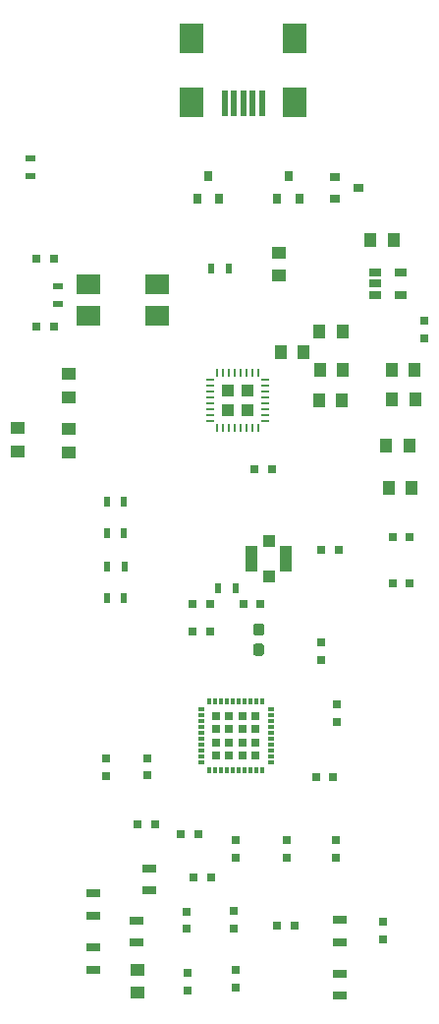
<source format=gbr>
%TF.GenerationSoftware,KiCad,Pcbnew,5.1.8*%
%TF.CreationDate,2020-12-01T23:25:55+08:00*%
%TF.ProjectId,msisdr,6d736973-6472-42e6-9b69-6361645f7063,rev?*%
%TF.SameCoordinates,Original*%
%TF.FileFunction,Paste,Top*%
%TF.FilePolarity,Positive*%
%FSLAX46Y46*%
G04 Gerber Fmt 4.6, Leading zero omitted, Abs format (unit mm)*
G04 Created by KiCad (PCBNEW 5.1.8) date 2020-12-01 23:25:55*
%MOMM*%
%LPD*%
G01*
G04 APERTURE LIST*
%ADD10R,1.000000X1.000000*%
%ADD11R,1.050000X2.200000*%
%ADD12R,0.800000X0.750000*%
%ADD13R,1.000000X1.250000*%
%ADD14R,1.250000X1.000000*%
%ADD15R,0.750000X0.800000*%
%ADD16R,0.500000X2.300000*%
%ADD17R,2.000000X2.500000*%
%ADD18R,1.300000X0.700000*%
%ADD19R,0.500000X0.900000*%
%ADD20R,0.250000X0.700000*%
%ADD21R,0.700000X0.250000*%
%ADD22R,1.035000X1.035000*%
%ADD23R,0.300000X0.500000*%
%ADD24R,0.500000X0.300000*%
%ADD25R,0.690000X0.690000*%
%ADD26R,0.900000X0.500000*%
%ADD27R,1.060000X0.650000*%
%ADD28R,0.900000X0.800000*%
%ADD29R,2.100000X1.700000*%
%ADD30R,0.800000X0.900000*%
G04 APERTURE END LIST*
D10*
%TO.C,J12*%
X138225000Y-91670000D03*
X138225000Y-88670000D03*
D11*
X139700000Y-90170000D03*
X136750000Y-90170000D03*
%TD*%
%TO.C,C43*%
G36*
G01*
X137094624Y-97475868D02*
X137569624Y-97475868D01*
G75*
G02*
X137807124Y-97713368I0J-237500D01*
G01*
X137807124Y-98313368D01*
G75*
G02*
X137569624Y-98550868I-237500J0D01*
G01*
X137094624Y-98550868D01*
G75*
G02*
X136857124Y-98313368I0J237500D01*
G01*
X136857124Y-97713368D01*
G75*
G02*
X137094624Y-97475868I237500J0D01*
G01*
G37*
G36*
G01*
X137094624Y-95750868D02*
X137569624Y-95750868D01*
G75*
G02*
X137807124Y-95988368I0J-237500D01*
G01*
X137807124Y-96588368D01*
G75*
G02*
X137569624Y-96825868I-237500J0D01*
G01*
X137094624Y-96825868D01*
G75*
G02*
X136857124Y-96588368I0J237500D01*
G01*
X136857124Y-95988368D01*
G75*
G02*
X137094624Y-95750868I237500J0D01*
G01*
G37*
%TD*%
D12*
%TO.C,C1*%
X138449000Y-82486000D03*
X136949000Y-82486000D03*
%TD*%
D13*
%TO.C,C2*%
X148329000Y-80416000D03*
X150329000Y-80416000D03*
%TD*%
%TO.C,C3*%
X142579000Y-70656000D03*
X144579000Y-70656000D03*
%TD*%
%TO.C,C4*%
X148549000Y-84106000D03*
X150549000Y-84106000D03*
%TD*%
D14*
%TO.C,C5*%
X120989000Y-81026000D03*
X120989000Y-79026000D03*
%TD*%
D13*
%TO.C,C6*%
X144619000Y-73926000D03*
X142619000Y-73926000D03*
%TD*%
D14*
%TO.C,C7*%
X120979000Y-74286000D03*
X120979000Y-76286000D03*
%TD*%
D13*
%TO.C,C8*%
X142539000Y-76596000D03*
X144539000Y-76596000D03*
%TD*%
D12*
%TO.C,C9*%
X119699000Y-70226000D03*
X118199000Y-70226000D03*
%TD*%
%TO.C,C10*%
X119649000Y-64326000D03*
X118149000Y-64326000D03*
%TD*%
D15*
%TO.C,C11*%
X127706120Y-107352400D03*
X127706120Y-108852400D03*
%TD*%
%TO.C,C12*%
X135366760Y-114428840D03*
X135366760Y-115928840D03*
%TD*%
D12*
%TO.C,C13*%
X142269000Y-109026000D03*
X143769000Y-109026000D03*
%TD*%
D15*
%TO.C,C14*%
X139755880Y-114428840D03*
X139755880Y-115928840D03*
%TD*%
%TO.C,C15*%
X144023080Y-114439000D03*
X144023080Y-115939000D03*
%TD*%
D12*
%TO.C,C16*%
X132103560Y-113926620D03*
X130603560Y-113926620D03*
%TD*%
%TO.C,C17*%
X128385000Y-113042700D03*
X126885000Y-113042700D03*
%TD*%
D13*
%TO.C,C18*%
X148809000Y-76506000D03*
X150809000Y-76506000D03*
%TD*%
D15*
%TO.C,C19*%
X144079000Y-102726000D03*
X144079000Y-104226000D03*
%TD*%
D12*
%TO.C,C20*%
X148859000Y-92326000D03*
X150359000Y-92326000D03*
%TD*%
%TO.C,C21*%
X144209000Y-89446000D03*
X142709000Y-89446000D03*
%TD*%
%TO.C,C22*%
X133119000Y-94106000D03*
X131619000Y-94106000D03*
%TD*%
%TO.C,C23*%
X135999000Y-94056000D03*
X137499000Y-94056000D03*
%TD*%
D15*
%TO.C,C24*%
X124190760Y-107372720D03*
X124190760Y-108872720D03*
%TD*%
D12*
%TO.C,C25*%
X148879000Y-88296000D03*
X150379000Y-88296000D03*
%TD*%
%TO.C,C26*%
X133129720Y-96418400D03*
X131629720Y-96418400D03*
%TD*%
D14*
%TO.C,C27*%
X126911100Y-127568200D03*
X126911100Y-125568200D03*
%TD*%
D15*
%TO.C,C28*%
X131221480Y-125825820D03*
X131221480Y-127325820D03*
%TD*%
%TO.C,C29*%
X135384540Y-125602300D03*
X135384540Y-127102300D03*
%TD*%
%TO.C,C30*%
X148094700Y-122936700D03*
X148094700Y-121436700D03*
%TD*%
%TO.C,C31*%
X131109720Y-120545160D03*
X131109720Y-122045160D03*
%TD*%
D12*
%TO.C,C32*%
X140409360Y-121798080D03*
X138909360Y-121798080D03*
%TD*%
D15*
%TO.C,C33*%
X135161020Y-120489280D03*
X135161020Y-121989280D03*
%TD*%
D12*
%TO.C,C34*%
X131700840Y-117579140D03*
X133200840Y-117579140D03*
%TD*%
D13*
%TO.C,C36*%
X150799000Y-73926000D03*
X148799000Y-73926000D03*
%TD*%
D14*
%TO.C,C37*%
X139090000Y-65820000D03*
X139090000Y-63820000D03*
%TD*%
D13*
%TO.C,C38*%
X148959000Y-62786000D03*
X146959000Y-62786000D03*
%TD*%
D16*
%TO.C,J11*%
X137619000Y-50996000D03*
X136819000Y-50996000D03*
X136019000Y-50996000D03*
X135219000Y-50996000D03*
X134419000Y-50996000D03*
D17*
X140469000Y-50896000D03*
X140469000Y-45396000D03*
X131569000Y-50896000D03*
X131569000Y-45396000D03*
%TD*%
D18*
%TO.C,L1*%
X144360900Y-125884900D03*
X144360900Y-127784900D03*
%TD*%
%TO.C,L2*%
X144322800Y-121274800D03*
X144322800Y-123174800D03*
%TD*%
%TO.C,L3*%
X123090940Y-123642080D03*
X123090940Y-125542080D03*
%TD*%
%TO.C,L4*%
X126796800Y-121312900D03*
X126796800Y-123212900D03*
%TD*%
%TO.C,L5*%
X123035060Y-119004040D03*
X123035060Y-120904040D03*
%TD*%
%TO.C,L6*%
X127939800Y-116855200D03*
X127939800Y-118755200D03*
%TD*%
D19*
%TO.C,R1*%
X133219000Y-65206000D03*
X134719000Y-65206000D03*
%TD*%
%TO.C,R2*%
X133870000Y-92710000D03*
X135370000Y-92710000D03*
%TD*%
D20*
%TO.C,U1*%
X133779000Y-78966000D03*
X134279000Y-78966000D03*
X134779000Y-78966000D03*
X135279000Y-78966000D03*
X135779000Y-78966000D03*
X136279000Y-78966000D03*
X136779000Y-78966000D03*
X137279000Y-78966000D03*
D21*
X137929000Y-78316000D03*
X137929000Y-77816000D03*
X137929000Y-77316000D03*
X137929000Y-76816000D03*
X137929000Y-76316000D03*
X137929000Y-75816000D03*
X137929000Y-75316000D03*
X137929000Y-74816000D03*
D20*
X137279000Y-74166000D03*
X136779000Y-74166000D03*
X136279000Y-74166000D03*
X135779000Y-74166000D03*
X135279000Y-74166000D03*
X134779000Y-74166000D03*
X134279000Y-74166000D03*
X133779000Y-74166000D03*
D21*
X133129000Y-74816000D03*
X133129000Y-75316000D03*
X133129000Y-75816000D03*
X133129000Y-76316000D03*
X133129000Y-76816000D03*
X133129000Y-77316000D03*
X133129000Y-77816000D03*
X133129000Y-78316000D03*
D22*
X136391500Y-75703500D03*
X134666500Y-75703500D03*
X136391500Y-77428500D03*
X134666500Y-77428500D03*
%TD*%
D23*
%TO.C,U2*%
X133109000Y-108426000D03*
X133609000Y-108426000D03*
X134109000Y-108426000D03*
X134609000Y-108426000D03*
X135109000Y-108426000D03*
X135609000Y-108426000D03*
X136109000Y-108426000D03*
X136609000Y-108426000D03*
X137109000Y-108426000D03*
X137609000Y-108426000D03*
D24*
X138359000Y-107676000D03*
X138359000Y-107176000D03*
X138359000Y-106676000D03*
X138359000Y-106176000D03*
X138359000Y-105676000D03*
X138359000Y-105176000D03*
X138359000Y-104676000D03*
X138359000Y-104176000D03*
X138359000Y-103676000D03*
X138359000Y-103176000D03*
D23*
X137609000Y-102426000D03*
X137109000Y-102426000D03*
X136609000Y-102426000D03*
X136109000Y-102426000D03*
X135609000Y-102426000D03*
X135109000Y-102426000D03*
X134609000Y-102426000D03*
X134109000Y-102426000D03*
X133609000Y-102426000D03*
X133109000Y-102426000D03*
D24*
X132359000Y-103176000D03*
X132359000Y-103676000D03*
X132359000Y-104176000D03*
X132359000Y-104676000D03*
X132359000Y-105176000D03*
X132359000Y-105676000D03*
X132359000Y-106176000D03*
X132359000Y-106676000D03*
X132359000Y-107176000D03*
X132359000Y-107676000D03*
D25*
X137084000Y-103701000D03*
X135934000Y-103701000D03*
X134784000Y-103701000D03*
X133634000Y-103701000D03*
X137084000Y-104851000D03*
X135934000Y-104851000D03*
X134784000Y-104851000D03*
X133634000Y-104851000D03*
X137084000Y-106001000D03*
X135934000Y-106001000D03*
X134784000Y-106001000D03*
X133634000Y-106001000D03*
X137084000Y-107151000D03*
X135934000Y-107151000D03*
X134784000Y-107151000D03*
X133634000Y-107151000D03*
%TD*%
D13*
%TO.C,C39*%
X139220000Y-72410000D03*
X141220000Y-72410000D03*
%TD*%
D26*
%TO.C,R3*%
X117690000Y-57240000D03*
X117690000Y-55740000D03*
%TD*%
D15*
%TO.C,C40*%
X151610000Y-71240000D03*
X151610000Y-69740000D03*
%TD*%
D26*
%TO.C,R4*%
X120050000Y-66730000D03*
X120050000Y-68230000D03*
%TD*%
D27*
%TO.C,U3*%
X147400000Y-65560000D03*
X147400000Y-66510000D03*
X147400000Y-67460000D03*
X149600000Y-67460000D03*
X149600000Y-65560000D03*
%TD*%
D28*
%TO.C,U4*%
X143930000Y-57340000D03*
X143930000Y-59240000D03*
X145930000Y-58290000D03*
%TD*%
D29*
%TO.C,Y2*%
X122690000Y-69260000D03*
X128590000Y-69260000D03*
X128590000Y-66560000D03*
X122690000Y-66560000D03*
%TD*%
D30*
%TO.C,D1*%
X132020000Y-59220000D03*
X133920000Y-59220000D03*
X132970000Y-57220000D03*
%TD*%
%TO.C,D2*%
X138940000Y-59230000D03*
X140840000Y-59230000D03*
X139890000Y-57230000D03*
%TD*%
D19*
%TO.C,R5*%
X124220000Y-85260000D03*
X125720000Y-85260000D03*
%TD*%
%TO.C,R6*%
X124240000Y-87990000D03*
X125740000Y-87990000D03*
%TD*%
%TO.C,R7*%
X124260000Y-90850000D03*
X125760000Y-90850000D03*
%TD*%
%TO.C,R8*%
X124240000Y-93550000D03*
X125740000Y-93550000D03*
%TD*%
D14*
%TO.C,C41*%
X116560000Y-78950000D03*
X116560000Y-80950000D03*
%TD*%
D15*
%TO.C,C42*%
X142750000Y-97380000D03*
X142750000Y-98880000D03*
%TD*%
M02*

</source>
